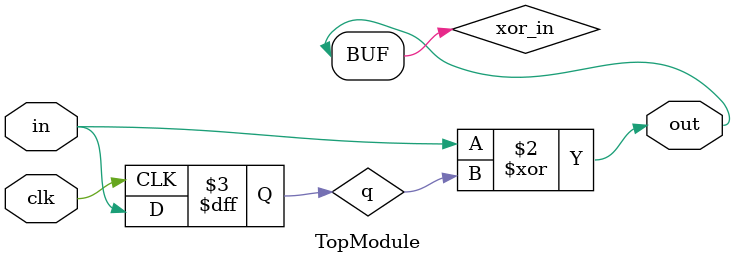
<source format=sv>

module TopModule (
  input clk,
  input in,
  output logic out
);
  logic q; // Internal signal for the flip-flop's output

  // D flip-flop
  always_ff @(posedge clk) begin
    q <= in;
  end

  // XOR gate
  assign xor_in = in ^ q;

  assign out = xor_in;
endmodule

</source>
